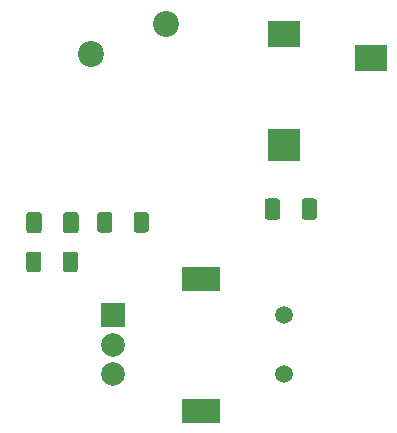
<source format=gbr>
%TF.GenerationSoftware,KiCad,Pcbnew,(5.1.7)-1*%
%TF.CreationDate,2020-10-31T04:10:28-07:00*%
%TF.ProjectId,daughter_board,64617567-6874-4657-925f-626f6172642e,rev?*%
%TF.SameCoordinates,Original*%
%TF.FileFunction,Copper,L1,Top*%
%TF.FilePolarity,Positive*%
%FSLAX46Y46*%
G04 Gerber Fmt 4.6, Leading zero omitted, Abs format (unit mm)*
G04 Created by KiCad (PCBNEW (5.1.7)-1) date 2020-10-31 04:10:28*
%MOMM*%
%LPD*%
G01*
G04 APERTURE LIST*
%TA.AperFunction,SMDPad,CuDef*%
%ADD10R,2.800000X2.200000*%
%TD*%
%TA.AperFunction,SMDPad,CuDef*%
%ADD11R,2.800000X2.800000*%
%TD*%
%TA.AperFunction,ComponentPad*%
%ADD12C,2.200000*%
%TD*%
%TA.AperFunction,ComponentPad*%
%ADD13C,1.500000*%
%TD*%
%TA.AperFunction,ComponentPad*%
%ADD14R,3.200000X2.000000*%
%TD*%
%TA.AperFunction,ComponentPad*%
%ADD15C,2.000000*%
%TD*%
%TA.AperFunction,ComponentPad*%
%ADD16R,2.000000X2.000000*%
%TD*%
G04 APERTURE END LIST*
%TO.P,C1,1*%
%TO.N,OUT_A*%
%TA.AperFunction,SMDPad,CuDef*%
G36*
G01*
X128550001Y-91875002D02*
X128550001Y-90575000D01*
G75*
G02*
X128800000Y-90325001I249999J0D01*
G01*
X129625002Y-90325001D01*
G75*
G02*
X129875001Y-90575000I0J-249999D01*
G01*
X129875001Y-91875002D01*
G75*
G02*
X129625002Y-92125001I-249999J0D01*
G01*
X128800000Y-92125001D01*
G75*
G02*
X128550001Y-91875002I0J249999D01*
G01*
G37*
%TD.AperFunction*%
%TO.P,C1,2*%
%TO.N,GND*%
%TA.AperFunction,SMDPad,CuDef*%
G36*
G01*
X131675001Y-91875002D02*
X131675001Y-90575000D01*
G75*
G02*
X131925000Y-90325001I249999J0D01*
G01*
X132750002Y-90325001D01*
G75*
G02*
X133000001Y-90575000I0J-249999D01*
G01*
X133000001Y-91875002D01*
G75*
G02*
X132750002Y-92125001I-249999J0D01*
G01*
X131925000Y-92125001D01*
G75*
G02*
X131675001Y-91875002I0J249999D01*
G01*
G37*
%TD.AperFunction*%
%TD*%
%TO.P,C2,2*%
%TO.N,GND*%
%TA.AperFunction,SMDPad,CuDef*%
G36*
G01*
X151875001Y-90725002D02*
X151875001Y-89425000D01*
G75*
G02*
X152125000Y-89175001I249999J0D01*
G01*
X152950002Y-89175001D01*
G75*
G02*
X153200001Y-89425000I0J-249999D01*
G01*
X153200001Y-90725002D01*
G75*
G02*
X152950002Y-90975001I-249999J0D01*
G01*
X152125000Y-90975001D01*
G75*
G02*
X151875001Y-90725002I0J249999D01*
G01*
G37*
%TD.AperFunction*%
%TO.P,C2,1*%
%TO.N,OUT_B*%
%TA.AperFunction,SMDPad,CuDef*%
G36*
G01*
X148750001Y-90725002D02*
X148750001Y-89425000D01*
G75*
G02*
X149000000Y-89175001I249999J0D01*
G01*
X149825002Y-89175001D01*
G75*
G02*
X150075001Y-89425000I0J-249999D01*
G01*
X150075001Y-90725002D01*
G75*
G02*
X149825002Y-90975001I-249999J0D01*
G01*
X149000000Y-90975001D01*
G75*
G02*
X148750001Y-90725002I0J249999D01*
G01*
G37*
%TD.AperFunction*%
%TD*%
D10*
%TO.P,J1,R*%
%TO.N,N/C*%
X157795001Y-77275001D03*
%TO.P,J1,S*%
%TO.N,Net-(J1-PadS)*%
X150395001Y-75275001D03*
D11*
%TO.P,J1,T*%
%TO.N,GND*%
X150395001Y-84675001D03*
%TD*%
%TO.P,R1,1*%
%TO.N,Net-(R1-Pad1)*%
%TA.AperFunction,SMDPad,CuDef*%
G36*
G01*
X134555001Y-91820001D02*
X134555001Y-90570001D01*
G75*
G02*
X134805001Y-90320001I250000J0D01*
G01*
X135605001Y-90320001D01*
G75*
G02*
X135855001Y-90570001I0J-250000D01*
G01*
X135855001Y-91820001D01*
G75*
G02*
X135605001Y-92070001I-250000J0D01*
G01*
X134805001Y-92070001D01*
G75*
G02*
X134555001Y-91820001I0J250000D01*
G01*
G37*
%TD.AperFunction*%
%TO.P,R1,2*%
%TO.N,OUT_A*%
%TA.AperFunction,SMDPad,CuDef*%
G36*
G01*
X137655001Y-91820001D02*
X137655001Y-90570001D01*
G75*
G02*
X137905001Y-90320001I250000J0D01*
G01*
X138705001Y-90320001D01*
G75*
G02*
X138955001Y-90570001I0J-250000D01*
G01*
X138955001Y-91820001D01*
G75*
G02*
X138705001Y-92070001I-250000J0D01*
G01*
X137905001Y-92070001D01*
G75*
G02*
X137655001Y-91820001I0J250000D01*
G01*
G37*
%TD.AperFunction*%
%TD*%
%TO.P,R2,2*%
%TO.N,OUT_B*%
%TA.AperFunction,SMDPad,CuDef*%
G36*
G01*
X131645001Y-95170001D02*
X131645001Y-93920001D01*
G75*
G02*
X131895001Y-93670001I250000J0D01*
G01*
X132695001Y-93670001D01*
G75*
G02*
X132945001Y-93920001I0J-250000D01*
G01*
X132945001Y-95170001D01*
G75*
G02*
X132695001Y-95420001I-250000J0D01*
G01*
X131895001Y-95420001D01*
G75*
G02*
X131645001Y-95170001I0J250000D01*
G01*
G37*
%TD.AperFunction*%
%TO.P,R2,1*%
%TO.N,Net-(R2-Pad1)*%
%TA.AperFunction,SMDPad,CuDef*%
G36*
G01*
X128545001Y-95170001D02*
X128545001Y-93920001D01*
G75*
G02*
X128795001Y-93670001I250000J0D01*
G01*
X129595001Y-93670001D01*
G75*
G02*
X129845001Y-93920001I0J-250000D01*
G01*
X129845001Y-95170001D01*
G75*
G02*
X129595001Y-95420001I-250000J0D01*
G01*
X128795001Y-95420001D01*
G75*
G02*
X128545001Y-95170001I0J250000D01*
G01*
G37*
%TD.AperFunction*%
%TD*%
D12*
%TO.P,SW1,1*%
%TO.N,Net-(J1-PadS)*%
X140410001Y-74370001D03*
%TO.P,SW1,2*%
%TO.N,GND*%
X134060001Y-76910001D03*
%TD*%
D13*
%TO.P,SW2,*%
%TO.N,*%
X150390000Y-104060000D03*
X150390000Y-99060000D03*
D14*
%TO.P,SW2,MP*%
%TO.N,N/C*%
X143390000Y-107160000D03*
X143390000Y-95960000D03*
D15*
%TO.P,SW2,B*%
%TO.N,Net-(R2-Pad1)*%
X135890000Y-104060000D03*
%TO.P,SW2,C*%
%TO.N,GND*%
X135890000Y-101560000D03*
D16*
%TO.P,SW2,A*%
%TO.N,Net-(R1-Pad1)*%
X135890000Y-99060000D03*
%TD*%
M02*

</source>
